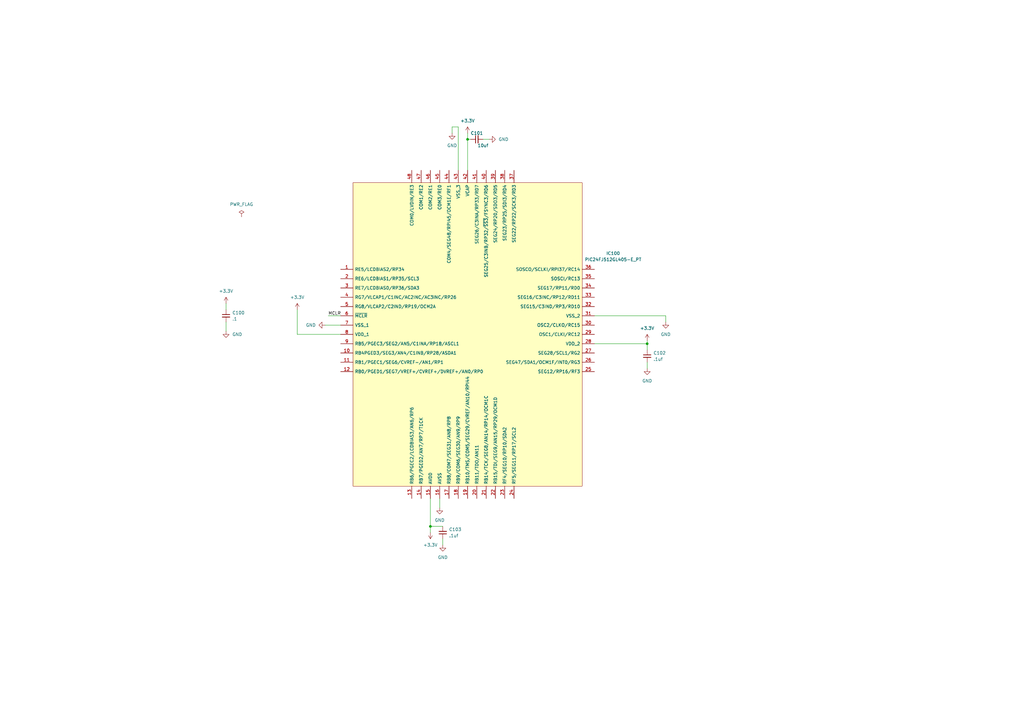
<source format=kicad_sch>
(kicad_sch (version 20211123) (generator eeschema)
  (paper "A3")
  (title_block (title "Pic24FJ512GL405 Project board") (date "2023-02-23"))
  (lib_symbols
    (symbol "Device:C_Small" (pin_numbers hide) (pin_names (offset 0.254) hide)
      (property "Reference" "C" (at 0.254 1.778 0))
      (property "Value" "C_Small" (at 0.254 -2.032 0))
      (symbol "C_Small_0_1"
        (polyline (pts (xy -1.524 -0.508) (xy 1.524 -0.508)) (stroke (width 0.3302)))
        (polyline (pts (xy -1.524 0.508) (xy 1.524 0.508)) (stroke (width 0.3048)))
      )
      (symbol "C_Small_1_1"
        (pin passive line (at 0 2.54 270) (length 2.032) (name "~") (number "1"))
        (pin passive line (at 0 -2.54 90) (length 2.032) (name "~") (number "2"))
      )
    )
    (symbol "JeffH:PIC24FJ512GL405-E_PT" (pin_names (offset 0.762))
      (property "Reference" "IC" (at 100.33 50.8 0))
      (property "Value" "PIC24FJ512GL405-E_PT" (at 100.33 48.26 0))
      (symbol "PIC24FJ512GL405-E_PT_0_0"
        (pin passive line (at 0 10.16 0) (length 5.08) (name "RE5/LCDBIAS2/RP34") (number "1"))
        (pin passive line (at 0 -24.13 0) (length 5.08) (name "RB4PGED3/SEG3/AN4/C1INB/RP28/ASDA1") (number "10"))
        (pin passive line (at 0 -27.94 0) (length 5.08) (name "RB1/PGEC1/SEG6/CVREF-/AN1/RP1") (number "11"))
        (pin passive line (at 0 -31.75 0) (length 5.08) (name "RB0/PGED1/SEG7/VREF+/CVREF+/DVREF+/AN0/RP0") (number "12"))
        (pin passive line (at 29.21 -83.82 90) (length 5.08) (name "RB6/PGEC2/LCDBIAS3/AN6/RP6") (number "13"))
        (pin passive line (at 33.02 -83.82 90) (length 5.08) (name "RB7/PGED2/AN7/RP7/T1CK") (number "14"))
        (pin passive line (at 36.83 -83.82 90) (length 5.08) (name "AVDD") (number "15"))
        (pin passive line (at 40.64 -83.82 90) (length 5.08) (name "AVSS") (number "16"))
        (pin passive line (at 44.45 -83.82 90) (length 5.08) (name "RB8/COM7/SEG31/AN8/RP8") (number "17"))
        (pin passive line (at 48.26 -83.82 90) (length 5.08) (name "RB9/COM6/SEG30/AN9/RP9") (number "18"))
        (pin passive line (at 52.07 -83.82 90) (length 5.08) (name "RB10/TMS/COM5/SEG29/CVREF/AN10/RPI44") (number "19"))
        (pin passive line (at 0 6.35 0) (length 5.08) (name "RE6/LCDBIAS1/RP35/SCL3") (number "2"))
        (pin passive line (at 55.88 -83.82 90) (length 5.08) (name "RB11/TDO/AN11") (number "20"))
        (pin passive line (at 59.69 -83.82 90) (length 5.08) (name "RB14/TCK/SEG8/AN14/RP14/OCM1C") (number "21"))
        (pin passive line (at 63.5 -83.82 90) (length 5.08) (name "RB15/TDI/SEG9/AN15/RP29/OCM1D") (number "22"))
        (pin passive line (at 67.31 -83.82 90) (length 5.08) (name "RF4/SEG10/RP10/SDA2") (number "23"))
        (pin passive line (at 71.12 -83.82 90) (length 5.08) (name "RF5/SEG11/RP17/SCL2") (number "24"))
        (pin passive line (at 104.14 -31.75 180) (length 5.08) (name "SEG12/RP16/RF3") (number "25"))
        (pin passive line (at 104.14 -27.94 180) (length 5.08) (name "SEG47/SDA1/OCM1F/INT0/RG3") (number "26"))
        (pin passive line (at 104.14 -24.13 180) (length 5.08) (name "SEG28/SCL1/RG2") (number "27"))
        (pin passive line (at 104.14 -20.32 180) (length 5.08) (name "VDD_2") (number "28"))
        (pin passive line (at 104.14 -16.51 180) (length 5.08) (name "OSC1/CLKI/RC12") (number "29"))
        (pin passive line (at 0 2.54 0) (length 5.08) (name "RE7/LCDBIAS0/RP36/SDA3") (number "3"))
        (pin passive line (at 104.14 -12.7 180) (length 5.08) (name "OSC2/CLKO/RC15") (number "30"))
        (pin passive line (at 104.14 -8.89 180) (length 5.08) (name "VSS_2") (number "31"))
        (pin passive line (at 104.14 -5.08 180) (length 5.08) (name "SEG15/C3IND/RP3/RD10") (number "32"))
        (pin passive line (at 104.14 -1.27 180) (length 5.08) (name "SEG16/C3INC/RP12/RD11") (number "33"))
        (pin passive line (at 104.14 2.54 180) (length 5.08) (name "SEG17/RP11/RD0") (number "34"))
        (pin passive line (at 104.14 6.35 180) (length 5.08) (name "SOSCI/RC13") (number "35"))
        (pin passive line (at 104.14 10.16 180) (length 5.08) (name "SOSCO/SCLKI/RPI37/RC14") (number "36"))
        (pin passive line (at 71.12 50.8 270) (length 5.08) (name "SEG22/RP22/SCK3/RD3") (number "37"))
        (pin passive line (at 67.31 50.8 270) (length 5.08) (name "SEG23/RP25/SDI3/RD4") (number "38"))
        (pin passive line (at 63.5 50.8 270) (length 5.08) (name "SEG24/RP20/SDO3/RD5") (number "39"))
        (pin passive line (at 0 -1.27 0) (length 5.08) (name "RG7/VLCAP1/C1INC/AC2INC/AC3INC/RP26") (number "4"))
        (pin passive line (at 59.69 50.8 270) (length 5.08) (name "SEG25/C3INB/RP32/~{SS3}/FSYNC3/RD6") (number "40"))
        (pin passive line (at 55.88 50.8 270) (length 5.08) (name "SEG26/C3INA/RP33/RD7") (number "41"))
        (pin passive line (at 52.07 50.8 270) (length 5.08) (name "VCAP") (number "42"))
        (pin passive line (at 48.26 50.8 270) (length 5.08) (name "VSS_3") (number "43"))
        (pin passive line (at 44.45 50.8 270) (length 5.08) (name "COM4/SEG48/RPI45/OCM1E/RF1") (number "44"))
        (pin passive line (at 40.64 50.8 270) (length 5.08) (name "COM3/RE0") (number "45"))
        (pin passive line (at 36.83 50.8 270) (length 5.08) (name "COM2/RE1") (number "46"))
        (pin passive line (at 33.02 50.8 270) (length 5.08) (name "COM1/RE2") (number "47"))
        (pin passive line (at 29.21 50.8 270) (length 5.08) (name "COM0/LVDIN/RE3") (number "48"))
        (pin passive line (at 0 -5.08 0) (length 5.08) (name "RG8/VLCAP2/C2IND/RP19/OCM2A") (number "5"))
        (pin passive line (at 0 -8.89 0) (length 5.08) (name "~{MCLR}") (number "6"))
        (pin passive line (at 0 -12.7 0) (length 5.08) (name "VSS_1") (number "7"))
        (pin passive line (at 0 -16.51 0) (length 5.08) (name "VDD_1") (number "8"))
        (pin passive line (at 0 -20.32 0) (length 5.08) (name "RB5/PGEC3/SEG2/AN5/C1INA/RP18/ASCL1") (number "9"))
      )
      (symbol "PIC24FJ512GL405-E_PT_0_1"
        (polyline (pts (xy 5.08 45.72) (xy 99.06 45.72) (xy 99.06 -78.74) (xy 5.08 -78.74) (xy 5.08 45.72)) (stroke (width 0.1524)) (fill (type background)))
      )
    )
    (symbol "power:+3.3V" (power) (pin_names (offset 0))
      (property "Value" "+3.3V" (at 0 3.556 0))
      (symbol "+3.3V_0_1"
        (polyline (pts (xy -0.762 1.27) (xy 0 2.54)))
        (polyline (pts (xy 0 0) (xy 0 2.54)))
        (polyline (pts (xy 0 2.54) (xy 0.762 1.27)))
      )
      (symbol "+3.3V_1_1"
        (pin power_in line (at 0 0 90) (length 0) hide (name "+3.3V") (number "1"))
      )
    )
    (symbol "power:GND" (power) (pin_names (offset 0))
      (property "Value" "GND" (at 0 -3.81 0))
      (symbol "GND_0_1"
        (polyline (pts (xy 0 0) (xy 0 -1.27) (xy 1.27 -1.27) (xy 0 -2.54) (xy -1.27 -1.27) (xy 0 -1.27)))
      )
      (symbol "GND_1_1"
        (pin power_in line (at 0 0 270) (length 0) hide (name "GND") (number "1"))
      )
    )
    (symbol "power:PWR_FLAG" (power) (pin_numbers hide) (pin_names (offset 0) hide)
      (property "Value" "PWR_FLAG" (at 0 3.81 0))
      (symbol "PWR_FLAG_0_0"
        (pin power_out line (at 0 0 90) (length 0) (name "pwr") (number "1"))
      )
      (symbol "PWR_FLAG_0_1"
        (polyline (pts (xy 0 0) (xy 0 1.27) (xy -1.016 1.905) (xy 0 2.54) (xy 1.016 1.905) (xy 0 1.27)))
      )
    )
  )
  (junction (at 265.43 140.97))
  (junction (at 176.53 215.9))
  (junction (at 191.77 57.15))
  (wire (pts (xy 191.77 57.15) (xy 191.77 69.85)))
  (wire (pts (xy 185.42 52.07) (xy 185.42 54.61)))
  (wire (pts (xy 187.96 52.07) (xy 185.42 52.07)))
  (wire (pts (xy 191.77 57.15) (xy 193.04 57.15)))
  (wire (pts (xy 243.84 140.97) (xy 265.43 140.97)))
  (wire (pts (xy 133.35 133.35) (xy 139.7 133.35)))
  (wire (pts (xy 181.61 220.98) (xy 181.61 223.52)))
  (wire (pts (xy 176.53 215.9) (xy 176.53 218.44)))
  (wire (pts (xy 176.53 204.47) (xy 176.53 215.9)))
  (wire (pts (xy 180.34 204.47) (xy 180.34 208.28)))
  (wire (pts (xy 265.43 140.97) (xy 265.43 143.51)))
  (wire (pts (xy 176.53 215.9) (xy 181.61 215.9)))
  (wire (pts (xy 265.43 148.59) (xy 265.43 151.13)))
  (wire (pts (xy 273.05 129.54) (xy 273.05 132.08)))
  (wire (pts (xy 198.12 57.15) (xy 200.66 57.15)))
  (wire (pts (xy 139.7 137.16) (xy 121.92 137.16)))
  (wire (pts (xy 121.92 137.16) (xy 121.92 127)))
  (wire (pts (xy 187.96 69.85) (xy 187.96 52.07)))
  (wire (pts (xy 92.71 132.08) (xy 92.71 135.89)))
  (wire (pts (xy 243.84 129.54) (xy 273.05 129.54)))
  (wire (pts (xy 92.71 124.46) (xy 92.71 127)))
  (wire (pts (xy 265.43 140.97) (xy 265.43 139.7)))
  (wire (pts (xy 134.62 129.54) (xy 139.7 129.54)))
  (wire (pts (xy 191.77 54.61) (xy 191.77 57.15)))
  (label "MCLR" (at 134.62 129.54 0))
  (symbol (lib_id "power:GND") (at 181.61 223.52 0) (unit 1)
    (property "Reference" "#PWR?" (effects hide))
    (property "Value" "GND" (at 181.61 228.6 0))
  )
  (symbol (lib_id "power:GND") (at 273.05 132.08 0) (unit 1)
    (property "Reference" "#PWR?" (effects hide))
    (property "Value" "GND" (at 273.05 137.16 0))
  )
  (symbol (lib_id "Device:C_Small") (at 181.61 218.44 180) (unit 1)
    (property "Reference" "C103" (at 184.15 217.1635 0) (effects (justify right)))
    (property "Value" ".1uf" (at 184.15 219.7035 0) (effects (justify right)))
  )
  (symbol (lib_id "power:PWR_FLAG") (at 99.06 88.9 0) (unit 1)
    (property "Reference" "#FLG?" (effects hide))
    (property "Value" "PWR_FLAG" (at 99.06 83.82 0))
  )
  (symbol (lib_id "Device:C_Small") (at 265.43 146.05 0) (unit 1)
    (property "Reference" "C102" (at 267.97 144.7862 0) (effects (justify left)))
    (property "Value" ".1uf" (at 267.97 147.3262 0) (effects (justify left)))
  )
  (symbol (lib_id "power:+3.3V") (at 92.71 124.46 0) (unit 1)
    (property "Reference" "#PWR?" (effects hide))
    (property "Value" "+3.3V" (at 92.71 119.38 0))
  )
  (symbol (lib_id "power:GND") (at 133.35 133.35 270) (unit 1)
    (property "Reference" "#PWR?" (effects hide))
    (property "Value" "GND" (at 129.54 133.3499 90) (effects (justify right)))
  )
  (symbol (lib_id "power:GND") (at 265.43 151.13 0) (unit 1)
    (property "Reference" "#PWR?" (effects hide))
    (property "Value" "GND" (at 265.43 156.21 0))
  )
  (symbol (lib_id "power:GND") (at 180.34 208.28 0) (unit 1)
    (property "Reference" "#PWR?" (effects hide))
    (property "Value" "GND" (at 180.34 213.36 0))
  )
  (symbol (lib_id "Device:C_Small") (at 92.71 129.54 0) (unit 1)
    (property "Reference" "C100" (at 95.25 128.2762 0) (effects (justify left)))
    (property "Value" ".1" (at 95.25 130.8162 0) (effects (justify left)))
  )
  (symbol (lib_id "power:+3.3V") (at 121.92 127 0) (unit 1)
    (property "Reference" "#PWR?" (effects hide))
    (property "Value" "+3.3V" (at 121.92 121.92 0))
  )
  (symbol (lib_id "power:GND") (at 200.66 57.15 90) (unit 1)
    (property "Reference" "#PWR?" (effects hide))
    (property "Value" "GND" (at 204.47 57.1499 90) (effects (justify right)))
  )
  (symbol (lib_id "power:GND") (at 185.42 54.61 0) (unit 1)
    (property "Reference" "#PWR?" (effects hide))
    (property "Value" "GND" (at 185.42 59.69 0))
  )
  (symbol (lib_id "Device:C_Small") (at 195.58 57.15 90) (unit 1)
    (property "Reference" "C101" (at 195.58 54.61 90))
    (property "Value" "10uf" (at 198.12 59.69 90))
    (property "Parameters" "X5R, 15%, 6.3v, 0603" (effects hide))
  )
  (symbol (lib_id "power:+3.3V") (at 191.77 54.61 0) (unit 1)
    (property "Reference" "#PWR?" (effects hide))
    (property "Value" "+3.3V" (at 191.77 49.53 0))
  )
  (symbol (lib_id "JeffH:PIC24FJ512GL405-E_PT") (at 139.7 120.65 0) (unit 1)
    (property "Reference" "IC100" (at 251.46 103.9112 0))
    (property "Value" "PIC24FJ512GL405-E_PT" (at 251.46 106.4512 0))
    (property "Footprint" "QFP50P900X900X120-48N" (effects hide))
    (property "Datasheet" "http://ww1.microchip.com/downloads/en/DeviceDoc/PIC24FJ512GU410-Family-Data-Sheet-DS30010203C.pdf" (effects hide))
    (property "Description" "16-bit Microcontrollers - MCU 16-Bit, 16 MIPS, 512KB ECC Flash, 32KB RAM, LCD, 48-pin" (effects hide))
    (property "Height" "1.2" (effects hide))
    (property "Mouser Part Number" "579-24FJ512GL405EPT" (effects hide))
    (property "Mouser Price/Stock" "https://www.mouser.co.uk/ProductDetail/Microchip-Technology/PIC24FJ512GL405-E-PT?qs=vmHwEFxEFR%2Fq407p0mm6EA%3D%3D" (effects hide))
    (property "Manufacturer_Name" "Microchip" (effects hide))
    (property "Manufacturer_Part_Number" "PIC24FJ512GL405-E/PT" (effects hide))
  )
  (symbol (lib_id "power:GND") (at 92.71 135.89 0) (unit 1)
    (property "Reference" "#PWR?" (effects hide))
    (property "Value" "GND" (at 95.25 137.1599 0) (effects (justify left)))
  )
  (symbol (lib_id "power:+3.3V") (at 265.43 139.7 0) (unit 1)
    (property "Reference" "#PWR?" (effects hide))
    (property "Value" "+3.3V" (at 265.43 134.62 0))
  )
  (symbol (lib_id "power:+3.3V") (at 176.53 218.44 180) (unit 1)
    (property "Reference" "#PWR?" (effects hide))
    (property "Value" "+3.3V" (at 176.53 223.52 0))
  )
)
</source>
